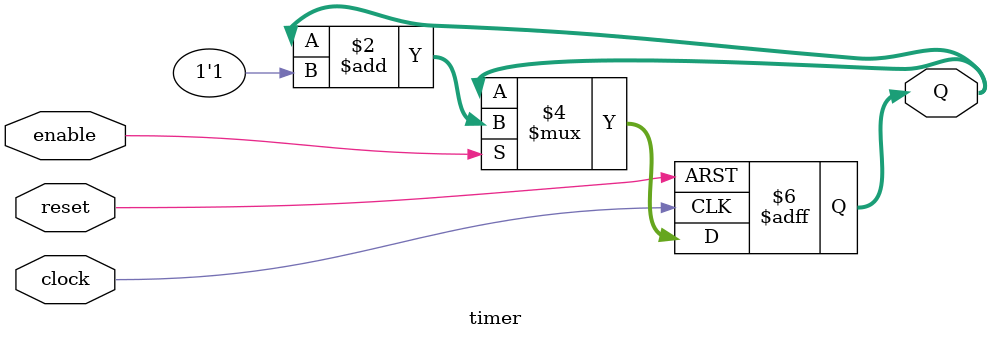
<source format=sv>
module timer #(parameter N = 8)
(
	input logic clock, 
	input logic reset, 
	input logic enable,
	output logic [N-1:0] Q
);

    always_ff @(negedge clock or posedge reset)
        if(reset) 
				Q = 8'h00;
        else
            if (enable) 
					Q = Q + 1'b1;

endmodule 
</source>
